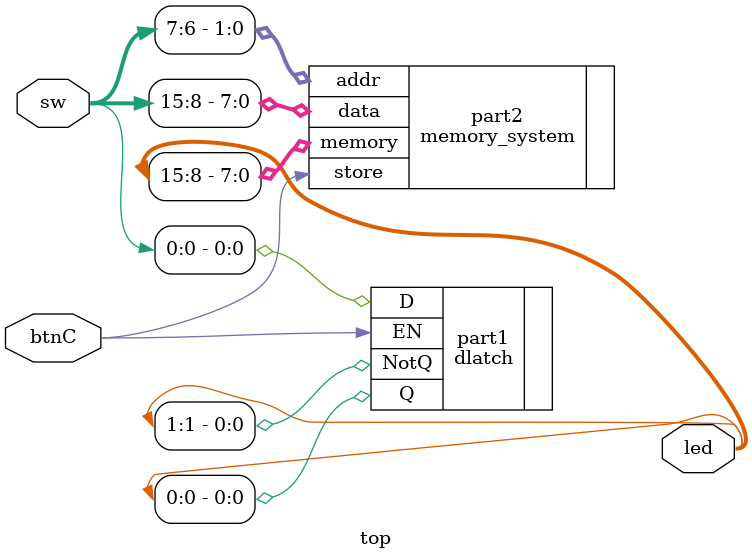
<source format=v>
module top(
    input [15:0] sw,
    input btnC,
    output [15:0] led
);
    dlatch part1(
        .D(sw[0]),
        .Q(led[0]),
        .NotQ(led[1]),
        .EN(btnC)
    );
    memory_system part2(
        .data(sw[15:8]),
        .addr(sw[7:6]),
        .store(btnC),
        .memory(led[15:8])
    );

endmodule
</source>
